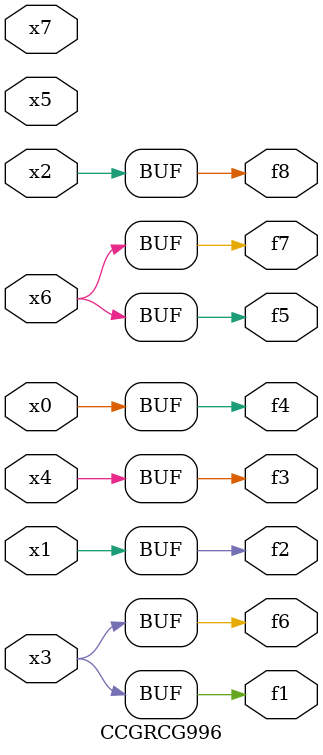
<source format=v>
module CCGRCG996(
	input x0, x1, x2, x3, x4, x5, x6, x7,
	output f1, f2, f3, f4, f5, f6, f7, f8
);
	assign f1 = x3;
	assign f2 = x1;
	assign f3 = x4;
	assign f4 = x0;
	assign f5 = x6;
	assign f6 = x3;
	assign f7 = x6;
	assign f8 = x2;
endmodule

</source>
